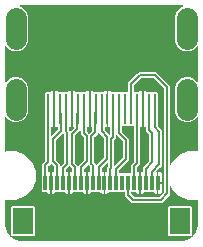
<source format=gtl>
G04 EAGLE Gerber RS-274X export*
G75*
%MOMM*%
%FSLAX34Y34*%
%LPD*%
%INTop Copper*%
%IPPOS*%
%AMOC8*
5,1,8,0,0,1.08239X$1,22.5*%
G01*
%ADD10R,1.800000X2.200000*%
%ADD11R,0.300000X1.300000*%
%ADD12C,1.778000*%
%ADD13R,0.280000X2.600000*%
%ADD14C,0.706400*%
%ADD15C,0.203200*%

G36*
X144903Y10161D02*
X144903Y10161D01*
X147000Y10161D01*
X147013Y10164D01*
X147030Y10162D01*
X149292Y10340D01*
X149326Y10351D01*
X149379Y10357D01*
X153682Y11755D01*
X153715Y11775D01*
X153788Y11809D01*
X156510Y13787D01*
X156513Y13791D01*
X156518Y13793D01*
X157448Y14468D01*
X157473Y14497D01*
X157532Y14552D01*
X160191Y18212D01*
X160206Y18248D01*
X160245Y18318D01*
X161643Y22621D01*
X161644Y22634D01*
X161645Y22637D01*
X161645Y22643D01*
X161646Y22656D01*
X161660Y22708D01*
X161838Y24970D01*
X161836Y24983D01*
X161839Y25000D01*
X161839Y27095D01*
X161839Y27097D01*
X161839Y44459D01*
X161828Y44509D01*
X161826Y44560D01*
X161808Y44592D01*
X161800Y44628D01*
X161767Y44667D01*
X161743Y44712D01*
X161713Y44733D01*
X161690Y44761D01*
X161643Y44782D01*
X161601Y44812D01*
X161559Y44820D01*
X161531Y44832D01*
X161501Y44831D01*
X161459Y44839D01*
X153290Y44839D01*
X145697Y47985D01*
X139885Y53797D01*
X138772Y56482D01*
X138765Y56493D01*
X138762Y56505D01*
X138715Y56563D01*
X138671Y56623D01*
X138660Y56629D01*
X138652Y56639D01*
X138584Y56669D01*
X138518Y56704D01*
X138505Y56705D01*
X138493Y56710D01*
X138419Y56707D01*
X138345Y56709D01*
X138333Y56704D01*
X138320Y56703D01*
X138255Y56668D01*
X138188Y56637D01*
X138179Y56627D01*
X138168Y56621D01*
X138126Y56560D01*
X138079Y56502D01*
X138076Y56490D01*
X138068Y56479D01*
X138041Y56337D01*
X138041Y49448D01*
X136441Y47848D01*
X132652Y44059D01*
X131052Y42459D01*
X105948Y42459D01*
X104348Y44059D01*
X99959Y48448D01*
X99959Y51095D01*
X99948Y51145D01*
X99946Y51196D01*
X99928Y51228D01*
X99920Y51264D01*
X99887Y51303D01*
X99863Y51348D01*
X99833Y51369D01*
X99810Y51397D01*
X99763Y51418D01*
X99721Y51448D01*
X99679Y51456D01*
X99651Y51468D01*
X99621Y51467D01*
X99579Y51475D01*
X95368Y51475D01*
X95269Y51575D01*
X95226Y51602D01*
X95188Y51636D01*
X95153Y51647D01*
X95122Y51666D01*
X95071Y51671D01*
X95022Y51686D01*
X94986Y51679D01*
X94949Y51683D01*
X94902Y51665D01*
X94851Y51656D01*
X94816Y51632D01*
X94787Y51621D01*
X94766Y51599D01*
X94731Y51575D01*
X94632Y51475D01*
X90368Y51475D01*
X90269Y51575D01*
X90226Y51602D01*
X90188Y51636D01*
X90153Y51647D01*
X90122Y51666D01*
X90071Y51671D01*
X90022Y51686D01*
X89986Y51679D01*
X89949Y51683D01*
X89902Y51665D01*
X89851Y51656D01*
X89816Y51632D01*
X89787Y51621D01*
X89766Y51599D01*
X89731Y51575D01*
X89632Y51475D01*
X86226Y51475D01*
X86152Y51458D01*
X86077Y51445D01*
X86067Y51438D01*
X86057Y51436D01*
X86028Y51412D01*
X85957Y51364D01*
X85560Y50967D01*
X84981Y50632D01*
X84335Y50459D01*
X83249Y50459D01*
X83249Y59131D01*
X83238Y59180D01*
X83236Y59231D01*
X83218Y59264D01*
X83210Y59300D01*
X83177Y59339D01*
X83153Y59384D01*
X83123Y59405D01*
X83100Y59433D01*
X83053Y59454D01*
X83011Y59483D01*
X82969Y59492D01*
X82947Y59502D01*
X82970Y59503D01*
X83002Y59520D01*
X83038Y59528D01*
X83077Y59561D01*
X83122Y59585D01*
X83143Y59615D01*
X83171Y59639D01*
X83192Y59685D01*
X83222Y59727D01*
X83230Y59769D01*
X83242Y59797D01*
X83241Y59827D01*
X83249Y59869D01*
X83249Y68541D01*
X84334Y68541D01*
X84481Y68502D01*
X84494Y68501D01*
X84507Y68496D01*
X84580Y68498D01*
X84654Y68496D01*
X84666Y68502D01*
X84680Y68502D01*
X84744Y68537D01*
X84811Y68568D01*
X84820Y68578D01*
X84832Y68585D01*
X84874Y68645D01*
X84921Y68702D01*
X84924Y68716D01*
X84932Y68727D01*
X84959Y68869D01*
X84959Y72552D01*
X85348Y72941D01*
X85388Y73006D01*
X85432Y73068D01*
X85434Y73080D01*
X85439Y73088D01*
X85443Y73125D01*
X85459Y73210D01*
X85459Y75948D01*
X85453Y75973D01*
X85456Y75999D01*
X85447Y76024D01*
X85446Y76045D01*
X85430Y76074D01*
X85420Y76117D01*
X85403Y76137D01*
X85394Y76161D01*
X85371Y76183D01*
X85363Y76197D01*
X85341Y76212D01*
X85310Y76251D01*
X85286Y76261D01*
X85267Y76279D01*
X85232Y76289D01*
X85221Y76297D01*
X85196Y76302D01*
X85151Y76321D01*
X85126Y76320D01*
X85101Y76328D01*
X85080Y76324D01*
X85079Y76324D01*
X85075Y76324D01*
X85058Y76320D01*
X85040Y76317D01*
X84978Y76315D01*
X84956Y76302D01*
X84930Y76298D01*
X84913Y76286D01*
X84906Y76285D01*
X84886Y76268D01*
X84859Y76250D01*
X84826Y76232D01*
X84820Y76224D01*
X84810Y76217D01*
X80152Y71559D01*
X80112Y71494D01*
X80068Y71432D01*
X80066Y71420D01*
X80061Y71412D01*
X80057Y71375D01*
X80041Y71290D01*
X80041Y68869D01*
X80044Y68856D01*
X80042Y68842D01*
X80063Y68772D01*
X80080Y68700D01*
X80089Y68690D01*
X80093Y68677D01*
X80143Y68623D01*
X80190Y68566D01*
X80203Y68561D01*
X80212Y68551D01*
X80281Y68526D01*
X80349Y68496D01*
X80362Y68496D01*
X80375Y68491D01*
X80519Y68502D01*
X80666Y68541D01*
X81751Y68541D01*
X81751Y59869D01*
X81762Y59820D01*
X81764Y59769D01*
X81782Y59736D01*
X81790Y59700D01*
X81823Y59661D01*
X81847Y59616D01*
X81877Y59595D01*
X81900Y59567D01*
X81947Y59546D01*
X81989Y59517D01*
X82031Y59508D01*
X82053Y59498D01*
X82030Y59497D01*
X81998Y59480D01*
X81962Y59472D01*
X81923Y59439D01*
X81878Y59415D01*
X81857Y59385D01*
X81829Y59361D01*
X81808Y59315D01*
X81778Y59273D01*
X81770Y59231D01*
X81758Y59203D01*
X81759Y59173D01*
X81751Y59131D01*
X81751Y50459D01*
X80665Y50459D01*
X80019Y50632D01*
X79440Y50967D01*
X79043Y51364D01*
X78978Y51404D01*
X78916Y51448D01*
X78904Y51450D01*
X78896Y51455D01*
X78859Y51459D01*
X78774Y51475D01*
X75368Y51475D01*
X75269Y51575D01*
X75226Y51602D01*
X75188Y51636D01*
X75153Y51647D01*
X75122Y51666D01*
X75071Y51671D01*
X75022Y51686D01*
X74986Y51679D01*
X74949Y51683D01*
X74902Y51665D01*
X74851Y51656D01*
X74816Y51632D01*
X74787Y51621D01*
X74766Y51599D01*
X74731Y51575D01*
X74632Y51475D01*
X71226Y51475D01*
X71152Y51458D01*
X71077Y51445D01*
X71067Y51438D01*
X71057Y51436D01*
X71028Y51412D01*
X70957Y51364D01*
X70560Y50967D01*
X69981Y50632D01*
X69335Y50459D01*
X68249Y50459D01*
X68249Y59131D01*
X68238Y59180D01*
X68236Y59231D01*
X68218Y59264D01*
X68210Y59300D01*
X68177Y59339D01*
X68153Y59384D01*
X68123Y59405D01*
X68100Y59433D01*
X68053Y59454D01*
X68011Y59483D01*
X67969Y59492D01*
X67947Y59502D01*
X67970Y59503D01*
X68002Y59520D01*
X68038Y59528D01*
X68077Y59561D01*
X68122Y59585D01*
X68143Y59615D01*
X68171Y59639D01*
X68192Y59685D01*
X68222Y59727D01*
X68230Y59769D01*
X68242Y59797D01*
X68241Y59827D01*
X68249Y59869D01*
X68249Y68541D01*
X69334Y68541D01*
X69481Y68502D01*
X69494Y68501D01*
X69507Y68496D01*
X69580Y68498D01*
X69654Y68496D01*
X69666Y68502D01*
X69680Y68502D01*
X69744Y68537D01*
X69811Y68568D01*
X69820Y68578D01*
X69832Y68585D01*
X69874Y68645D01*
X69921Y68702D01*
X69924Y68716D01*
X69932Y68727D01*
X69959Y68869D01*
X69959Y73290D01*
X69947Y73341D01*
X69946Y73383D01*
X69935Y73402D01*
X69929Y73439D01*
X69922Y73449D01*
X69920Y73459D01*
X69896Y73488D01*
X69848Y73559D01*
X68968Y74439D01*
X68968Y74457D01*
X68962Y74482D01*
X68965Y74508D01*
X68943Y74566D01*
X68929Y74626D01*
X68912Y74646D01*
X68903Y74670D01*
X68858Y74712D01*
X68819Y74760D01*
X68795Y74770D01*
X68776Y74788D01*
X68717Y74805D01*
X68660Y74830D01*
X68635Y74829D01*
X68610Y74837D01*
X68549Y74826D01*
X68487Y74824D01*
X68465Y74811D01*
X68439Y74807D01*
X68368Y74759D01*
X68335Y74741D01*
X68329Y74733D01*
X68319Y74726D01*
X65152Y71559D01*
X65112Y71494D01*
X65068Y71432D01*
X65066Y71420D01*
X65061Y71412D01*
X65057Y71375D01*
X65041Y71290D01*
X65041Y68869D01*
X65044Y68856D01*
X65042Y68842D01*
X65063Y68772D01*
X65080Y68700D01*
X65089Y68690D01*
X65093Y68677D01*
X65143Y68623D01*
X65190Y68566D01*
X65203Y68561D01*
X65212Y68551D01*
X65281Y68526D01*
X65349Y68496D01*
X65362Y68496D01*
X65375Y68491D01*
X65519Y68502D01*
X65666Y68541D01*
X66751Y68541D01*
X66751Y59869D01*
X66762Y59820D01*
X66764Y59769D01*
X66782Y59736D01*
X66790Y59700D01*
X66823Y59661D01*
X66847Y59616D01*
X66877Y59595D01*
X66900Y59567D01*
X66947Y59546D01*
X66989Y59517D01*
X67031Y59508D01*
X67053Y59498D01*
X67030Y59497D01*
X66998Y59480D01*
X66962Y59472D01*
X66923Y59439D01*
X66878Y59415D01*
X66857Y59385D01*
X66829Y59361D01*
X66808Y59315D01*
X66778Y59273D01*
X66770Y59231D01*
X66758Y59203D01*
X66759Y59173D01*
X66751Y59131D01*
X66751Y50459D01*
X65665Y50459D01*
X65019Y50632D01*
X64440Y50967D01*
X64043Y51364D01*
X63978Y51404D01*
X63916Y51448D01*
X63904Y51450D01*
X63896Y51455D01*
X63859Y51459D01*
X63774Y51475D01*
X60368Y51475D01*
X60269Y51575D01*
X60226Y51602D01*
X60188Y51636D01*
X60153Y51647D01*
X60122Y51666D01*
X60071Y51671D01*
X60022Y51686D01*
X59986Y51679D01*
X59949Y51683D01*
X59902Y51665D01*
X59851Y51656D01*
X59816Y51632D01*
X59787Y51621D01*
X59766Y51599D01*
X59731Y51575D01*
X59632Y51475D01*
X56226Y51475D01*
X56152Y51458D01*
X56077Y51445D01*
X56067Y51438D01*
X56057Y51436D01*
X56028Y51412D01*
X55957Y51364D01*
X55560Y50967D01*
X54981Y50632D01*
X54335Y50459D01*
X53249Y50459D01*
X53249Y59131D01*
X53238Y59180D01*
X53236Y59231D01*
X53218Y59264D01*
X53210Y59300D01*
X53177Y59339D01*
X53153Y59384D01*
X53123Y59405D01*
X53100Y59433D01*
X53053Y59454D01*
X53011Y59483D01*
X52969Y59492D01*
X52947Y59502D01*
X52970Y59503D01*
X53002Y59520D01*
X53038Y59528D01*
X53077Y59561D01*
X53122Y59585D01*
X53143Y59615D01*
X53171Y59639D01*
X53192Y59685D01*
X53222Y59727D01*
X53230Y59769D01*
X53242Y59797D01*
X53241Y59827D01*
X53249Y59869D01*
X53249Y68541D01*
X54334Y68541D01*
X54481Y68502D01*
X54494Y68501D01*
X54507Y68496D01*
X54580Y68498D01*
X54654Y68496D01*
X54666Y68502D01*
X54680Y68502D01*
X54744Y68537D01*
X54811Y68568D01*
X54820Y68578D01*
X54832Y68585D01*
X54874Y68645D01*
X54921Y68702D01*
X54924Y68716D01*
X54932Y68727D01*
X54959Y68869D01*
X54959Y71290D01*
X54942Y71364D01*
X54929Y71439D01*
X54922Y71449D01*
X54920Y71459D01*
X54896Y71488D01*
X54848Y71559D01*
X53019Y73388D01*
X52976Y73415D01*
X52938Y73450D01*
X52903Y73460D01*
X52872Y73479D01*
X52821Y73484D01*
X52772Y73499D01*
X52736Y73492D01*
X52699Y73496D01*
X52652Y73478D01*
X52601Y73469D01*
X52566Y73445D01*
X52537Y73434D01*
X52516Y73412D01*
X52481Y73388D01*
X50152Y71059D01*
X50112Y70994D01*
X50068Y70932D01*
X50066Y70920D01*
X50061Y70912D01*
X50057Y70875D01*
X50041Y70790D01*
X50041Y68869D01*
X50044Y68856D01*
X50042Y68842D01*
X50063Y68772D01*
X50080Y68700D01*
X50089Y68690D01*
X50093Y68677D01*
X50143Y68623D01*
X50190Y68566D01*
X50203Y68561D01*
X50212Y68551D01*
X50281Y68526D01*
X50349Y68496D01*
X50362Y68496D01*
X50375Y68491D01*
X50519Y68502D01*
X50666Y68541D01*
X51751Y68541D01*
X51751Y59869D01*
X51762Y59820D01*
X51764Y59769D01*
X51782Y59736D01*
X51790Y59700D01*
X51823Y59661D01*
X51847Y59616D01*
X51877Y59595D01*
X51900Y59567D01*
X51947Y59546D01*
X51989Y59517D01*
X52031Y59508D01*
X52053Y59498D01*
X52030Y59497D01*
X51998Y59480D01*
X51962Y59472D01*
X51923Y59439D01*
X51878Y59415D01*
X51857Y59385D01*
X51829Y59361D01*
X51808Y59315D01*
X51778Y59273D01*
X51770Y59231D01*
X51758Y59203D01*
X51759Y59173D01*
X51751Y59131D01*
X51751Y50459D01*
X50665Y50459D01*
X50019Y50632D01*
X49440Y50967D01*
X49043Y51364D01*
X48978Y51404D01*
X48916Y51448D01*
X48904Y51450D01*
X48896Y51455D01*
X48859Y51459D01*
X48774Y51475D01*
X45368Y51475D01*
X45269Y51575D01*
X45226Y51602D01*
X45188Y51636D01*
X45153Y51647D01*
X45122Y51666D01*
X45071Y51671D01*
X45022Y51686D01*
X44986Y51679D01*
X44949Y51683D01*
X44902Y51665D01*
X44851Y51656D01*
X44816Y51632D01*
X44787Y51621D01*
X44766Y51599D01*
X44731Y51575D01*
X44632Y51475D01*
X41226Y51475D01*
X41152Y51458D01*
X41077Y51445D01*
X41067Y51438D01*
X41057Y51436D01*
X41028Y51412D01*
X40957Y51364D01*
X40560Y50967D01*
X39981Y50632D01*
X39335Y50459D01*
X38249Y50459D01*
X38249Y59131D01*
X38238Y59180D01*
X38236Y59231D01*
X38218Y59264D01*
X38210Y59300D01*
X38177Y59339D01*
X38153Y59384D01*
X38123Y59405D01*
X38100Y59433D01*
X38053Y59454D01*
X38011Y59483D01*
X37969Y59492D01*
X37947Y59502D01*
X37970Y59503D01*
X38002Y59520D01*
X38038Y59528D01*
X38077Y59561D01*
X38122Y59585D01*
X38143Y59615D01*
X38171Y59639D01*
X38192Y59685D01*
X38222Y59727D01*
X38230Y59769D01*
X38242Y59797D01*
X38241Y59827D01*
X38249Y59869D01*
X38249Y68541D01*
X39334Y68541D01*
X39481Y68502D01*
X39494Y68501D01*
X39507Y68496D01*
X39580Y68498D01*
X39654Y68496D01*
X39666Y68502D01*
X39680Y68502D01*
X39744Y68537D01*
X39811Y68568D01*
X39820Y68578D01*
X39832Y68585D01*
X39874Y68645D01*
X39921Y68702D01*
X39924Y68716D01*
X39932Y68727D01*
X39959Y68869D01*
X39959Y73290D01*
X39947Y73341D01*
X39946Y73383D01*
X39935Y73402D01*
X39929Y73439D01*
X39922Y73449D01*
X39920Y73459D01*
X39896Y73488D01*
X39848Y73559D01*
X37769Y75638D01*
X37726Y75665D01*
X37688Y75700D01*
X37653Y75710D01*
X37622Y75729D01*
X37571Y75734D01*
X37522Y75749D01*
X37486Y75742D01*
X37449Y75746D01*
X37402Y75728D01*
X37351Y75719D01*
X37316Y75695D01*
X37287Y75684D01*
X37266Y75662D01*
X37231Y75638D01*
X35152Y73559D01*
X35129Y73521D01*
X35119Y73513D01*
X35107Y73488D01*
X35068Y73432D01*
X35066Y73420D01*
X35061Y73412D01*
X35057Y73376D01*
X35048Y73355D01*
X35049Y73331D01*
X35041Y73290D01*
X35041Y68869D01*
X35044Y68856D01*
X35042Y68842D01*
X35063Y68772D01*
X35080Y68700D01*
X35089Y68690D01*
X35093Y68677D01*
X35143Y68623D01*
X35190Y68566D01*
X35203Y68561D01*
X35212Y68551D01*
X35281Y68526D01*
X35349Y68496D01*
X35362Y68496D01*
X35375Y68491D01*
X35519Y68502D01*
X35666Y68541D01*
X36751Y68541D01*
X36751Y59869D01*
X36762Y59820D01*
X36764Y59769D01*
X36782Y59736D01*
X36790Y59700D01*
X36823Y59661D01*
X36847Y59616D01*
X36877Y59595D01*
X36900Y59567D01*
X36947Y59546D01*
X36989Y59517D01*
X37031Y59508D01*
X37053Y59498D01*
X37030Y59497D01*
X36998Y59480D01*
X36962Y59472D01*
X36923Y59439D01*
X36878Y59415D01*
X36857Y59385D01*
X36829Y59361D01*
X36808Y59315D01*
X36778Y59273D01*
X36770Y59231D01*
X36758Y59203D01*
X36759Y59173D01*
X36751Y59131D01*
X36751Y50459D01*
X35665Y50459D01*
X35019Y50632D01*
X34440Y50967D01*
X34043Y51364D01*
X33978Y51404D01*
X33916Y51448D01*
X33904Y51450D01*
X33896Y51455D01*
X33859Y51459D01*
X33774Y51475D01*
X30368Y51475D01*
X29475Y52368D01*
X29475Y66632D01*
X29848Y67004D01*
X29888Y67069D01*
X29932Y67131D01*
X29934Y67143D01*
X29939Y67151D01*
X29943Y67188D01*
X29959Y67273D01*
X29959Y75552D01*
X32348Y77941D01*
X32381Y77995D01*
X32382Y77995D01*
X32388Y78006D01*
X32432Y78068D01*
X32434Y78080D01*
X32439Y78088D01*
X32443Y78125D01*
X32445Y78137D01*
X32452Y78153D01*
X32452Y78171D01*
X32459Y78210D01*
X32459Y107827D01*
X32442Y107901D01*
X32429Y107976D01*
X32422Y107986D01*
X32420Y107996D01*
X32396Y108024D01*
X32348Y108096D01*
X32075Y108368D01*
X32075Y135632D01*
X32968Y136525D01*
X36374Y136525D01*
X36448Y136542D01*
X36523Y136555D01*
X36533Y136562D01*
X36543Y136564D01*
X36572Y136588D01*
X36643Y136636D01*
X37040Y137033D01*
X37619Y137368D01*
X38265Y137541D01*
X39301Y137541D01*
X39301Y122319D01*
X39312Y122270D01*
X39314Y122219D01*
X39332Y122186D01*
X39340Y122150D01*
X39373Y122111D01*
X39397Y122066D01*
X39427Y122045D01*
X39450Y122017D01*
X39487Y122001D01*
X39473Y121989D01*
X39428Y121965D01*
X39407Y121935D01*
X39379Y121911D01*
X39358Y121865D01*
X39328Y121823D01*
X39320Y121781D01*
X39308Y121753D01*
X39309Y121723D01*
X39301Y121681D01*
X39301Y106459D01*
X38265Y106459D01*
X38019Y106525D01*
X38006Y106526D01*
X37993Y106531D01*
X37920Y106528D01*
X37846Y106531D01*
X37834Y106525D01*
X37820Y106525D01*
X37756Y106489D01*
X37689Y106459D01*
X37680Y106448D01*
X37668Y106442D01*
X37626Y106382D01*
X37579Y106325D01*
X37576Y106311D01*
X37568Y106300D01*
X37541Y106158D01*
X37541Y99837D01*
X37547Y99812D01*
X37544Y99786D01*
X37566Y99728D01*
X37580Y99668D01*
X37597Y99648D01*
X37606Y99624D01*
X37651Y99582D01*
X37690Y99534D01*
X37714Y99524D01*
X37733Y99506D01*
X37792Y99489D01*
X37849Y99464D01*
X37874Y99465D01*
X37899Y99457D01*
X37960Y99468D01*
X38022Y99470D01*
X38044Y99483D01*
X38070Y99487D01*
X38141Y99535D01*
X38174Y99553D01*
X38180Y99561D01*
X38190Y99568D01*
X42687Y104065D01*
X42727Y104130D01*
X42771Y104192D01*
X42773Y104204D01*
X42778Y104212D01*
X42782Y104249D01*
X42798Y104334D01*
X42798Y106249D01*
X42795Y106262D01*
X42797Y106275D01*
X42776Y106346D01*
X42759Y106417D01*
X42750Y106428D01*
X42746Y106441D01*
X42695Y106494D01*
X42649Y106551D01*
X42636Y106557D01*
X42627Y106567D01*
X42558Y106592D01*
X42490Y106622D01*
X42477Y106622D01*
X42464Y106626D01*
X42320Y106616D01*
X42317Y106615D01*
X41735Y106459D01*
X40699Y106459D01*
X40699Y121681D01*
X40688Y121730D01*
X40686Y121781D01*
X40668Y121814D01*
X40660Y121850D01*
X40627Y121889D01*
X40603Y121934D01*
X40573Y121955D01*
X40550Y121983D01*
X40513Y121999D01*
X40527Y122011D01*
X40572Y122035D01*
X40593Y122065D01*
X40621Y122089D01*
X40642Y122135D01*
X40672Y122177D01*
X40680Y122219D01*
X40692Y122247D01*
X40692Y122261D01*
X40692Y122262D01*
X40692Y122280D01*
X40699Y122319D01*
X40699Y137541D01*
X41735Y137541D01*
X42381Y137368D01*
X42960Y137033D01*
X43357Y136636D01*
X43422Y136596D01*
X43484Y136552D01*
X43496Y136550D01*
X43504Y136545D01*
X43541Y136541D01*
X43626Y136525D01*
X47032Y136525D01*
X47231Y136325D01*
X47275Y136298D01*
X47312Y136264D01*
X47347Y136253D01*
X47378Y136234D01*
X47429Y136229D01*
X47478Y136214D01*
X47514Y136221D01*
X47551Y136217D01*
X47598Y136235D01*
X47649Y136244D01*
X47684Y136268D01*
X47713Y136279D01*
X47733Y136301D01*
X47769Y136325D01*
X47968Y136525D01*
X51374Y136525D01*
X51448Y136542D01*
X51523Y136555D01*
X51533Y136562D01*
X51543Y136564D01*
X51572Y136588D01*
X51643Y136636D01*
X52040Y137033D01*
X52619Y137368D01*
X53265Y137541D01*
X54301Y137541D01*
X54301Y122319D01*
X54312Y122270D01*
X54314Y122219D01*
X54332Y122186D01*
X54340Y122150D01*
X54373Y122111D01*
X54397Y122066D01*
X54427Y122045D01*
X54450Y122017D01*
X54487Y122001D01*
X54473Y121989D01*
X54428Y121965D01*
X54407Y121935D01*
X54379Y121911D01*
X54358Y121865D01*
X54328Y121823D01*
X54320Y121781D01*
X54308Y121753D01*
X54309Y121723D01*
X54301Y121681D01*
X54301Y106459D01*
X53265Y106459D01*
X52803Y106583D01*
X52790Y106584D01*
X52777Y106589D01*
X52704Y106586D01*
X52630Y106589D01*
X52618Y106583D01*
X52604Y106582D01*
X52540Y106547D01*
X52473Y106517D01*
X52464Y106506D01*
X52452Y106500D01*
X52410Y106440D01*
X52363Y106382D01*
X52360Y106369D01*
X52352Y106358D01*
X52325Y106216D01*
X52325Y104223D01*
X52342Y104149D01*
X52355Y104074D01*
X52362Y104064D01*
X52364Y104054D01*
X52388Y104025D01*
X52436Y103954D01*
X53294Y103097D01*
X53337Y103070D01*
X53374Y103035D01*
X53410Y103024D01*
X53441Y103005D01*
X53492Y103000D01*
X53541Y102986D01*
X53577Y102992D01*
X53613Y102989D01*
X53661Y103007D01*
X53711Y103015D01*
X53747Y103039D01*
X53775Y103050D01*
X53796Y103073D01*
X53831Y103097D01*
X53955Y103220D01*
X56545Y105810D01*
X56559Y105832D01*
X56579Y105848D01*
X56604Y105905D01*
X56636Y105957D01*
X56639Y105983D01*
X56649Y106007D01*
X56647Y106068D01*
X56653Y106130D01*
X56644Y106154D01*
X56643Y106180D01*
X56613Y106234D01*
X56591Y106292D01*
X56572Y106309D01*
X56560Y106332D01*
X56510Y106367D01*
X56464Y106409D01*
X56439Y106417D01*
X56418Y106432D01*
X56334Y106448D01*
X56298Y106459D01*
X56288Y106457D01*
X56276Y106459D01*
X55699Y106459D01*
X55699Y121681D01*
X55688Y121730D01*
X55686Y121781D01*
X55668Y121814D01*
X55660Y121850D01*
X55627Y121889D01*
X55603Y121934D01*
X55573Y121955D01*
X55550Y121983D01*
X55513Y121999D01*
X55527Y122011D01*
X55572Y122035D01*
X55593Y122065D01*
X55621Y122089D01*
X55642Y122135D01*
X55672Y122177D01*
X55680Y122219D01*
X55692Y122247D01*
X55692Y122261D01*
X55692Y122262D01*
X55692Y122280D01*
X55699Y122319D01*
X55699Y137541D01*
X56735Y137541D01*
X57381Y137368D01*
X57960Y137033D01*
X58357Y136636D01*
X58422Y136596D01*
X58484Y136552D01*
X58496Y136550D01*
X58504Y136545D01*
X58541Y136541D01*
X58626Y136525D01*
X62032Y136525D01*
X62231Y136325D01*
X62275Y136298D01*
X62312Y136264D01*
X62347Y136253D01*
X62378Y136234D01*
X62429Y136229D01*
X62478Y136214D01*
X62514Y136221D01*
X62551Y136217D01*
X62598Y136235D01*
X62649Y136244D01*
X62684Y136268D01*
X62713Y136279D01*
X62733Y136301D01*
X62769Y136325D01*
X62968Y136525D01*
X66374Y136525D01*
X66448Y136542D01*
X66523Y136555D01*
X66533Y136562D01*
X66543Y136564D01*
X66572Y136588D01*
X66643Y136636D01*
X67040Y137033D01*
X67619Y137368D01*
X68265Y137541D01*
X69301Y137541D01*
X69301Y122319D01*
X69312Y122270D01*
X69314Y122219D01*
X69332Y122186D01*
X69340Y122150D01*
X69373Y122111D01*
X69397Y122066D01*
X69427Y122045D01*
X69450Y122017D01*
X69487Y122001D01*
X69473Y121989D01*
X69428Y121965D01*
X69407Y121935D01*
X69379Y121911D01*
X69358Y121865D01*
X69328Y121823D01*
X69320Y121781D01*
X69308Y121753D01*
X69309Y121723D01*
X69301Y121681D01*
X69301Y106459D01*
X68265Y106459D01*
X67916Y106553D01*
X67903Y106553D01*
X67890Y106559D01*
X67817Y106556D01*
X67743Y106558D01*
X67731Y106553D01*
X67717Y106552D01*
X67653Y106517D01*
X67586Y106486D01*
X67577Y106476D01*
X67565Y106469D01*
X67523Y106409D01*
X67476Y106352D01*
X67473Y106339D01*
X67465Y106328D01*
X67438Y106186D01*
X67438Y103223D01*
X67455Y103149D01*
X67468Y103074D01*
X67475Y103064D01*
X67477Y103054D01*
X67501Y103025D01*
X67549Y102954D01*
X68727Y101776D01*
X69407Y101097D01*
X69450Y101070D01*
X69487Y101035D01*
X69523Y101025D01*
X69554Y101005D01*
X69605Y101000D01*
X69654Y100986D01*
X69690Y100992D01*
X69726Y100989D01*
X69774Y101007D01*
X69824Y101015D01*
X69860Y101039D01*
X69888Y101050D01*
X69909Y101073D01*
X69944Y101097D01*
X72024Y103176D01*
X72064Y103241D01*
X72108Y103303D01*
X72110Y103315D01*
X72115Y103323D01*
X72119Y103360D01*
X72135Y103445D01*
X72135Y106079D01*
X72124Y106129D01*
X72122Y106180D01*
X72104Y106212D01*
X72096Y106248D01*
X72063Y106287D01*
X72039Y106332D01*
X72009Y106353D01*
X71986Y106381D01*
X71939Y106402D01*
X71897Y106432D01*
X71855Y106440D01*
X71827Y106452D01*
X71797Y106451D01*
X71755Y106459D01*
X70699Y106459D01*
X70699Y121681D01*
X70688Y121730D01*
X70686Y121781D01*
X70668Y121814D01*
X70660Y121850D01*
X70627Y121889D01*
X70603Y121934D01*
X70573Y121955D01*
X70550Y121983D01*
X70513Y121999D01*
X70527Y122011D01*
X70572Y122035D01*
X70593Y122065D01*
X70621Y122089D01*
X70642Y122135D01*
X70672Y122177D01*
X70680Y122219D01*
X70692Y122247D01*
X70692Y122261D01*
X70692Y122262D01*
X70692Y122280D01*
X70699Y122319D01*
X70699Y137541D01*
X71735Y137541D01*
X72381Y137368D01*
X72960Y137033D01*
X73357Y136636D01*
X73422Y136596D01*
X73484Y136552D01*
X73496Y136550D01*
X73504Y136545D01*
X73541Y136541D01*
X73626Y136525D01*
X77032Y136525D01*
X77231Y136325D01*
X77275Y136298D01*
X77312Y136264D01*
X77347Y136253D01*
X77378Y136234D01*
X77429Y136229D01*
X77478Y136214D01*
X77514Y136221D01*
X77551Y136217D01*
X77598Y136235D01*
X77649Y136244D01*
X77684Y136268D01*
X77713Y136279D01*
X77733Y136301D01*
X77769Y136325D01*
X77968Y136525D01*
X81374Y136525D01*
X81448Y136542D01*
X81523Y136555D01*
X81533Y136562D01*
X81543Y136564D01*
X81572Y136588D01*
X81643Y136636D01*
X82040Y137033D01*
X82619Y137368D01*
X83265Y137541D01*
X84301Y137541D01*
X84301Y122319D01*
X84312Y122270D01*
X84314Y122219D01*
X84332Y122186D01*
X84340Y122150D01*
X84373Y122111D01*
X84397Y122066D01*
X84427Y122045D01*
X84450Y122017D01*
X84487Y122001D01*
X84473Y121989D01*
X84428Y121965D01*
X84407Y121935D01*
X84379Y121911D01*
X84358Y121865D01*
X84328Y121823D01*
X84320Y121781D01*
X84308Y121753D01*
X84309Y121723D01*
X84301Y121681D01*
X84301Y106459D01*
X83265Y106459D01*
X83029Y106523D01*
X83016Y106523D01*
X83003Y106529D01*
X82930Y106526D01*
X82856Y106528D01*
X82844Y106522D01*
X82830Y106522D01*
X82766Y106487D01*
X82699Y106456D01*
X82690Y106446D01*
X82678Y106439D01*
X82636Y106379D01*
X82589Y106322D01*
X82586Y106309D01*
X82578Y106297D01*
X82551Y106155D01*
X82551Y104223D01*
X82568Y104149D01*
X82581Y104074D01*
X82588Y104064D01*
X82590Y104054D01*
X82614Y104025D01*
X82662Y103954D01*
X85340Y101276D01*
X86810Y99806D01*
X86832Y99792D01*
X86848Y99772D01*
X86905Y99747D01*
X86957Y99715D01*
X86983Y99712D01*
X87007Y99702D01*
X87068Y99704D01*
X87130Y99698D01*
X87154Y99707D01*
X87180Y99708D01*
X87234Y99738D01*
X87292Y99760D01*
X87309Y99779D01*
X87332Y99791D01*
X87367Y99841D01*
X87409Y99887D01*
X87417Y99912D01*
X87432Y99933D01*
X87448Y100017D01*
X87459Y100053D01*
X87457Y100063D01*
X87459Y100075D01*
X87459Y106158D01*
X87456Y106171D01*
X87458Y106185D01*
X87437Y106255D01*
X87420Y106327D01*
X87411Y106337D01*
X87407Y106350D01*
X87356Y106403D01*
X87310Y106460D01*
X87297Y106466D01*
X87288Y106476D01*
X87219Y106501D01*
X87151Y106531D01*
X87138Y106531D01*
X87125Y106535D01*
X86981Y106525D01*
X86978Y106525D01*
X86735Y106459D01*
X85699Y106459D01*
X85699Y121681D01*
X85688Y121730D01*
X85686Y121781D01*
X85668Y121814D01*
X85660Y121850D01*
X85627Y121889D01*
X85603Y121934D01*
X85573Y121955D01*
X85550Y121983D01*
X85513Y121999D01*
X85527Y122011D01*
X85572Y122035D01*
X85593Y122065D01*
X85621Y122089D01*
X85642Y122135D01*
X85672Y122177D01*
X85680Y122219D01*
X85692Y122247D01*
X85692Y122261D01*
X85692Y122262D01*
X85692Y122280D01*
X85699Y122319D01*
X85699Y137541D01*
X86735Y137541D01*
X87381Y137368D01*
X87960Y137033D01*
X88357Y136636D01*
X88422Y136596D01*
X88484Y136552D01*
X88496Y136550D01*
X88504Y136545D01*
X88541Y136541D01*
X88626Y136525D01*
X92032Y136525D01*
X92231Y136325D01*
X92274Y136298D01*
X92312Y136264D01*
X92347Y136253D01*
X92378Y136234D01*
X92429Y136229D01*
X92478Y136214D01*
X92514Y136221D01*
X92551Y136217D01*
X92598Y136235D01*
X92649Y136244D01*
X92684Y136268D01*
X92713Y136279D01*
X92733Y136301D01*
X92769Y136325D01*
X92968Y136525D01*
X97032Y136525D01*
X97231Y136325D01*
X97274Y136298D01*
X97312Y136264D01*
X97347Y136253D01*
X97378Y136234D01*
X97429Y136229D01*
X97478Y136214D01*
X97514Y136221D01*
X97551Y136217D01*
X97598Y136235D01*
X97649Y136244D01*
X97684Y136268D01*
X97713Y136279D01*
X97733Y136301D01*
X97769Y136325D01*
X97968Y136525D01*
X102079Y136525D01*
X102129Y136536D01*
X102180Y136538D01*
X102212Y136556D01*
X102248Y136564D01*
X102287Y136597D01*
X102332Y136621D01*
X102353Y136651D01*
X102381Y136674D01*
X102402Y136721D01*
X102432Y136763D01*
X102440Y136805D01*
X102452Y136833D01*
X102451Y136863D01*
X102459Y136905D01*
X102459Y144552D01*
X109848Y151941D01*
X111448Y153541D01*
X126052Y153541D01*
X138041Y141552D01*
X138041Y74663D01*
X138044Y74651D01*
X138042Y74638D01*
X138063Y74567D01*
X138080Y74495D01*
X138088Y74485D01*
X138092Y74472D01*
X138143Y74418D01*
X138190Y74361D01*
X138202Y74356D01*
X138211Y74346D01*
X138281Y74320D01*
X138349Y74290D01*
X138362Y74291D01*
X138374Y74286D01*
X138447Y74294D01*
X138522Y74297D01*
X138533Y74303D01*
X138546Y74304D01*
X138609Y74344D01*
X138674Y74379D01*
X138681Y74390D01*
X138692Y74397D01*
X138772Y74518D01*
X139885Y77203D01*
X145697Y83015D01*
X153290Y86161D01*
X161459Y86161D01*
X161509Y86172D01*
X161560Y86174D01*
X161592Y86192D01*
X161628Y86200D01*
X161667Y86233D01*
X161712Y86257D01*
X161733Y86287D01*
X161761Y86310D01*
X161782Y86357D01*
X161812Y86399D01*
X161820Y86441D01*
X161832Y86469D01*
X161831Y86499D01*
X161839Y86541D01*
X161839Y114803D01*
X161833Y114828D01*
X161836Y114853D01*
X161814Y114911D01*
X161800Y114971D01*
X161783Y114991D01*
X161774Y115015D01*
X161729Y115057D01*
X161690Y115105D01*
X161666Y115116D01*
X161647Y115133D01*
X161588Y115151D01*
X161531Y115176D01*
X161506Y115175D01*
X161481Y115182D01*
X161420Y115172D01*
X161358Y115169D01*
X161336Y115157D01*
X161310Y115153D01*
X161239Y115104D01*
X161206Y115087D01*
X161200Y115078D01*
X161190Y115072D01*
X158399Y112281D01*
X154572Y110695D01*
X150428Y110695D01*
X146601Y112281D01*
X143671Y115211D01*
X142085Y119038D01*
X142085Y140962D01*
X143671Y144789D01*
X146601Y147719D01*
X150428Y149305D01*
X154572Y149305D01*
X158399Y147719D01*
X161190Y144928D01*
X161212Y144915D01*
X161228Y144895D01*
X161285Y144870D01*
X161337Y144837D01*
X161363Y144835D01*
X161387Y144824D01*
X161448Y144826D01*
X161510Y144821D01*
X161534Y144830D01*
X161560Y144831D01*
X161614Y144860D01*
X161672Y144882D01*
X161689Y144901D01*
X161712Y144913D01*
X161747Y144964D01*
X161789Y145009D01*
X161797Y145034D01*
X161812Y145055D01*
X161828Y145140D01*
X161839Y145175D01*
X161837Y145185D01*
X161839Y145197D01*
X161839Y174803D01*
X161833Y174828D01*
X161836Y174853D01*
X161814Y174911D01*
X161800Y174971D01*
X161783Y174991D01*
X161774Y175015D01*
X161729Y175057D01*
X161690Y175105D01*
X161666Y175116D01*
X161647Y175133D01*
X161588Y175151D01*
X161531Y175176D01*
X161506Y175175D01*
X161481Y175182D01*
X161420Y175172D01*
X161358Y175169D01*
X161336Y175157D01*
X161310Y175153D01*
X161239Y175104D01*
X161206Y175087D01*
X161200Y175078D01*
X161190Y175072D01*
X158399Y172281D01*
X154572Y170695D01*
X150428Y170695D01*
X146601Y172281D01*
X143671Y175211D01*
X142085Y179038D01*
X142085Y200962D01*
X143671Y204789D01*
X146601Y207719D01*
X149472Y208909D01*
X149505Y208932D01*
X149543Y208947D01*
X149575Y208982D01*
X149613Y209010D01*
X149632Y209046D01*
X149659Y209076D01*
X149672Y209121D01*
X149694Y209163D01*
X149695Y209203D01*
X149706Y209242D01*
X149698Y209289D01*
X149699Y209336D01*
X149682Y209373D01*
X149675Y209413D01*
X149647Y209450D01*
X149627Y209493D01*
X149595Y209519D01*
X149571Y209551D01*
X149521Y209579D01*
X149492Y209602D01*
X149470Y209607D01*
X149444Y209622D01*
X149379Y209643D01*
X149344Y209646D01*
X149292Y209660D01*
X147030Y209838D01*
X147017Y209836D01*
X147000Y209839D01*
X144903Y209839D01*
X15097Y209839D01*
X13000Y209839D01*
X12987Y209836D01*
X12970Y209838D01*
X10708Y209660D01*
X10674Y209649D01*
X10621Y209643D01*
X10556Y209622D01*
X10521Y209601D01*
X10482Y209589D01*
X10448Y209556D01*
X10408Y209532D01*
X10386Y209498D01*
X10356Y209470D01*
X10340Y209426D01*
X10315Y209386D01*
X10310Y209345D01*
X10296Y209307D01*
X10301Y209260D01*
X10296Y209214D01*
X10310Y209175D01*
X10314Y209135D01*
X10339Y209095D01*
X10356Y209051D01*
X10385Y209023D01*
X10407Y208989D01*
X10455Y208957D01*
X10481Y208932D01*
X10503Y208925D01*
X10528Y208909D01*
X13399Y207719D01*
X16329Y204789D01*
X17915Y200962D01*
X17915Y179038D01*
X16329Y175211D01*
X13399Y172281D01*
X9572Y170695D01*
X5428Y170695D01*
X1601Y172281D01*
X-1190Y175072D01*
X-1212Y175085D01*
X-1228Y175105D01*
X-1285Y175130D01*
X-1337Y175163D01*
X-1363Y175165D01*
X-1387Y175176D01*
X-1448Y175174D01*
X-1510Y175179D01*
X-1534Y175170D01*
X-1560Y175169D01*
X-1614Y175140D01*
X-1672Y175118D01*
X-1689Y175099D01*
X-1712Y175087D01*
X-1747Y175036D01*
X-1789Y174991D01*
X-1797Y174966D01*
X-1812Y174945D01*
X-1828Y174860D01*
X-1839Y174825D01*
X-1837Y174815D01*
X-1839Y174803D01*
X-1839Y145197D01*
X-1833Y145172D01*
X-1836Y145147D01*
X-1814Y145089D01*
X-1800Y145029D01*
X-1783Y145009D01*
X-1774Y144985D01*
X-1729Y144943D01*
X-1690Y144895D01*
X-1666Y144884D01*
X-1647Y144867D01*
X-1588Y144849D01*
X-1531Y144824D01*
X-1506Y144825D01*
X-1481Y144818D01*
X-1420Y144828D01*
X-1358Y144831D01*
X-1336Y144843D01*
X-1310Y144847D01*
X-1239Y144896D01*
X-1206Y144913D01*
X-1200Y144922D01*
X-1190Y144928D01*
X1601Y147719D01*
X5428Y149305D01*
X9572Y149305D01*
X13399Y147719D01*
X16329Y144789D01*
X17915Y140962D01*
X17915Y119038D01*
X16329Y115211D01*
X13399Y112281D01*
X9572Y110695D01*
X5428Y110695D01*
X1601Y112281D01*
X-1190Y115072D01*
X-1212Y115085D01*
X-1228Y115105D01*
X-1285Y115130D01*
X-1337Y115163D01*
X-1363Y115165D01*
X-1387Y115176D01*
X-1448Y115174D01*
X-1510Y115179D01*
X-1534Y115170D01*
X-1560Y115169D01*
X-1614Y115140D01*
X-1672Y115118D01*
X-1689Y115099D01*
X-1712Y115087D01*
X-1747Y115036D01*
X-1789Y114991D01*
X-1797Y114966D01*
X-1812Y114945D01*
X-1828Y114860D01*
X-1839Y114825D01*
X-1837Y114815D01*
X-1839Y114803D01*
X-1839Y86220D01*
X-1830Y86183D01*
X-1832Y86145D01*
X-1811Y86100D01*
X-1800Y86052D01*
X-1775Y86022D01*
X-1759Y85987D01*
X-1721Y85956D01*
X-1690Y85918D01*
X-1654Y85902D01*
X-1625Y85878D01*
X-1576Y85867D01*
X-1531Y85847D01*
X-1493Y85849D01*
X-1455Y85840D01*
X-1396Y85852D01*
X-1358Y85854D01*
X-1340Y85864D01*
X-1313Y85869D01*
X-610Y86161D01*
X7610Y86161D01*
X15203Y83015D01*
X21015Y77203D01*
X24161Y69610D01*
X24161Y61390D01*
X21015Y53797D01*
X15203Y47985D01*
X7610Y44839D01*
X-610Y44839D01*
X-1313Y45131D01*
X-1351Y45137D01*
X-1387Y45153D01*
X-1436Y45151D01*
X-1484Y45159D01*
X-1521Y45148D01*
X-1560Y45146D01*
X-1603Y45123D01*
X-1650Y45108D01*
X-1678Y45082D01*
X-1712Y45063D01*
X-1740Y45023D01*
X-1776Y44989D01*
X-1790Y44953D01*
X-1812Y44922D01*
X-1823Y44862D01*
X-1836Y44827D01*
X-1834Y44806D01*
X-1839Y44780D01*
X-1839Y27097D01*
X-1839Y25000D01*
X-1836Y24987D01*
X-1838Y24970D01*
X-1660Y22708D01*
X-1649Y22674D01*
X-1643Y22621D01*
X-245Y18318D01*
X-225Y18285D01*
X-191Y18212D01*
X2468Y14552D01*
X2497Y14527D01*
X2552Y14468D01*
X3482Y13793D01*
X3486Y13791D01*
X3490Y13787D01*
X6212Y11809D01*
X6248Y11794D01*
X6318Y11755D01*
X10621Y10357D01*
X10656Y10354D01*
X10708Y10340D01*
X12970Y10162D01*
X12983Y10164D01*
X13000Y10161D01*
X15095Y10161D01*
X15097Y10161D01*
X144903Y10161D01*
X144903Y10161D01*
G37*
G36*
X128864Y47558D02*
X128864Y47558D01*
X128939Y47571D01*
X128949Y47578D01*
X128959Y47580D01*
X128988Y47604D01*
X129059Y47652D01*
X132848Y51441D01*
X132888Y51506D01*
X132932Y51568D01*
X132934Y51580D01*
X132939Y51588D01*
X132943Y51625D01*
X132959Y51710D01*
X132959Y139290D01*
X132942Y139364D01*
X132929Y139439D01*
X132922Y139449D01*
X132920Y139459D01*
X132896Y139488D01*
X132848Y139559D01*
X124059Y148348D01*
X123994Y148388D01*
X123932Y148432D01*
X123920Y148434D01*
X123912Y148439D01*
X123875Y148443D01*
X123790Y148459D01*
X113710Y148459D01*
X113636Y148442D01*
X113561Y148429D01*
X113551Y148422D01*
X113541Y148420D01*
X113512Y148396D01*
X113441Y148348D01*
X107652Y142559D01*
X107612Y142494D01*
X107568Y142432D01*
X107566Y142420D01*
X107561Y142412D01*
X107557Y142375D01*
X107541Y142290D01*
X107541Y136905D01*
X107552Y136855D01*
X107554Y136804D01*
X107572Y136772D01*
X107580Y136736D01*
X107613Y136697D01*
X107637Y136652D01*
X107667Y136631D01*
X107690Y136603D01*
X107737Y136582D01*
X107779Y136552D01*
X107821Y136544D01*
X107849Y136532D01*
X107879Y136533D01*
X107921Y136525D01*
X111374Y136525D01*
X111448Y136542D01*
X111523Y136555D01*
X111533Y136562D01*
X111543Y136564D01*
X111572Y136588D01*
X111643Y136636D01*
X112040Y137033D01*
X112619Y137368D01*
X113265Y137541D01*
X114301Y137541D01*
X114301Y122319D01*
X114312Y122270D01*
X114314Y122219D01*
X114332Y122186D01*
X114340Y122150D01*
X114373Y122111D01*
X114397Y122066D01*
X114427Y122045D01*
X114450Y122017D01*
X114487Y122001D01*
X114473Y121989D01*
X114428Y121965D01*
X114407Y121935D01*
X114379Y121911D01*
X114358Y121865D01*
X114328Y121823D01*
X114320Y121781D01*
X114308Y121753D01*
X114309Y121723D01*
X114301Y121681D01*
X114301Y106459D01*
X113265Y106459D01*
X113019Y106525D01*
X113006Y106526D01*
X112993Y106531D01*
X112920Y106528D01*
X112846Y106531D01*
X112834Y106525D01*
X112820Y106525D01*
X112756Y106489D01*
X112689Y106459D01*
X112680Y106448D01*
X112668Y106442D01*
X112626Y106382D01*
X112579Y106325D01*
X112576Y106311D01*
X112568Y106300D01*
X112541Y106158D01*
X112541Y74948D01*
X110152Y72559D01*
X110112Y72494D01*
X110068Y72432D01*
X110066Y72420D01*
X110061Y72412D01*
X110057Y72375D01*
X110041Y72290D01*
X110041Y68869D01*
X110044Y68856D01*
X110042Y68842D01*
X110063Y68772D01*
X110080Y68700D01*
X110089Y68690D01*
X110093Y68677D01*
X110143Y68623D01*
X110190Y68566D01*
X110203Y68561D01*
X110212Y68551D01*
X110281Y68526D01*
X110349Y68496D01*
X110362Y68496D01*
X110375Y68491D01*
X110519Y68502D01*
X110666Y68541D01*
X111751Y68541D01*
X111751Y59869D01*
X111762Y59820D01*
X111764Y59769D01*
X111782Y59736D01*
X111790Y59700D01*
X111823Y59661D01*
X111847Y59616D01*
X111877Y59595D01*
X111900Y59567D01*
X111947Y59546D01*
X111989Y59517D01*
X112031Y59508D01*
X112053Y59498D01*
X112030Y59497D01*
X111998Y59480D01*
X111962Y59472D01*
X111923Y59439D01*
X111878Y59415D01*
X111857Y59385D01*
X111829Y59361D01*
X111808Y59315D01*
X111778Y59273D01*
X111770Y59231D01*
X111758Y59203D01*
X111759Y59173D01*
X111751Y59131D01*
X111751Y50459D01*
X110665Y50459D01*
X110019Y50632D01*
X109440Y50967D01*
X109043Y51364D01*
X108978Y51404D01*
X108916Y51448D01*
X108904Y51450D01*
X108896Y51455D01*
X108859Y51459D01*
X108774Y51475D01*
X105421Y51475D01*
X105371Y51464D01*
X105320Y51462D01*
X105288Y51444D01*
X105252Y51436D01*
X105213Y51403D01*
X105168Y51379D01*
X105147Y51349D01*
X105119Y51326D01*
X105098Y51279D01*
X105068Y51237D01*
X105060Y51195D01*
X105048Y51167D01*
X105049Y51137D01*
X105041Y51095D01*
X105041Y50710D01*
X105058Y50636D01*
X105071Y50561D01*
X105078Y50551D01*
X105080Y50541D01*
X105104Y50512D01*
X105152Y50441D01*
X107941Y47652D01*
X108006Y47612D01*
X108068Y47568D01*
X108080Y47566D01*
X108088Y47561D01*
X108125Y47557D01*
X108210Y47541D01*
X128790Y47541D01*
X128864Y47558D01*
G37*
%LPC*%
G36*
X125665Y50459D02*
X125665Y50459D01*
X125019Y50632D01*
X124440Y50967D01*
X124043Y51364D01*
X123978Y51404D01*
X123916Y51448D01*
X123904Y51450D01*
X123896Y51455D01*
X123859Y51459D01*
X123774Y51475D01*
X120368Y51475D01*
X120269Y51575D01*
X120226Y51602D01*
X120188Y51636D01*
X120153Y51647D01*
X120122Y51666D01*
X120071Y51671D01*
X120022Y51686D01*
X119986Y51679D01*
X119949Y51683D01*
X119902Y51665D01*
X119851Y51656D01*
X119816Y51632D01*
X119787Y51621D01*
X119766Y51599D01*
X119731Y51575D01*
X119632Y51475D01*
X116226Y51475D01*
X116152Y51458D01*
X116077Y51445D01*
X116067Y51438D01*
X116057Y51436D01*
X116028Y51412D01*
X115957Y51364D01*
X115560Y50967D01*
X114981Y50632D01*
X114335Y50459D01*
X113249Y50459D01*
X113249Y59131D01*
X113238Y59180D01*
X113236Y59231D01*
X113218Y59264D01*
X113210Y59300D01*
X113177Y59339D01*
X113153Y59384D01*
X113123Y59405D01*
X113100Y59433D01*
X113053Y59454D01*
X113011Y59483D01*
X112969Y59492D01*
X112947Y59502D01*
X112970Y59503D01*
X113002Y59520D01*
X113038Y59528D01*
X113077Y59561D01*
X113122Y59585D01*
X113143Y59615D01*
X113171Y59639D01*
X113192Y59685D01*
X113222Y59727D01*
X113230Y59769D01*
X113242Y59797D01*
X113241Y59827D01*
X113249Y59869D01*
X113249Y68541D01*
X114334Y68541D01*
X114481Y68502D01*
X114494Y68501D01*
X114507Y68496D01*
X114580Y68498D01*
X114654Y68496D01*
X114666Y68502D01*
X114680Y68502D01*
X114744Y68537D01*
X114811Y68568D01*
X114820Y68578D01*
X114832Y68585D01*
X114874Y68645D01*
X114921Y68702D01*
X114924Y68716D01*
X114932Y68727D01*
X114959Y68869D01*
X114959Y72552D01*
X120348Y77941D01*
X120381Y77995D01*
X120382Y77995D01*
X120388Y78006D01*
X120432Y78068D01*
X120434Y78080D01*
X120439Y78088D01*
X120443Y78125D01*
X120445Y78137D01*
X120452Y78153D01*
X120452Y78171D01*
X120459Y78210D01*
X120459Y100290D01*
X120447Y100342D01*
X120446Y100381D01*
X120436Y100399D01*
X120429Y100439D01*
X120422Y100449D01*
X120420Y100459D01*
X120396Y100488D01*
X120348Y100559D01*
X117459Y103448D01*
X117459Y106158D01*
X117456Y106171D01*
X117458Y106185D01*
X117437Y106255D01*
X117420Y106327D01*
X117411Y106337D01*
X117407Y106350D01*
X117356Y106403D01*
X117310Y106460D01*
X117297Y106466D01*
X117288Y106476D01*
X117219Y106501D01*
X117151Y106531D01*
X117138Y106531D01*
X117125Y106535D01*
X116981Y106525D01*
X116978Y106525D01*
X116735Y106459D01*
X115699Y106459D01*
X115699Y121681D01*
X115688Y121730D01*
X115686Y121781D01*
X115668Y121814D01*
X115660Y121850D01*
X115627Y121889D01*
X115603Y121934D01*
X115573Y121955D01*
X115550Y121983D01*
X115513Y121999D01*
X115527Y122011D01*
X115572Y122035D01*
X115593Y122065D01*
X115621Y122089D01*
X115642Y122135D01*
X115672Y122177D01*
X115680Y122219D01*
X115692Y122247D01*
X115692Y122261D01*
X115692Y122262D01*
X115692Y122280D01*
X115699Y122319D01*
X115699Y137541D01*
X116735Y137541D01*
X117381Y137368D01*
X117960Y137033D01*
X118357Y136636D01*
X118422Y136596D01*
X118484Y136552D01*
X118496Y136550D01*
X118504Y136545D01*
X118541Y136541D01*
X118626Y136525D01*
X122032Y136525D01*
X122231Y136325D01*
X122274Y136298D01*
X122312Y136264D01*
X122347Y136253D01*
X122378Y136234D01*
X122429Y136229D01*
X122478Y136214D01*
X122514Y136221D01*
X122551Y136217D01*
X122598Y136235D01*
X122649Y136244D01*
X122684Y136268D01*
X122713Y136279D01*
X122733Y136301D01*
X122769Y136325D01*
X122968Y136525D01*
X127032Y136525D01*
X127925Y135632D01*
X127925Y108368D01*
X127652Y108096D01*
X127612Y108031D01*
X127568Y107969D01*
X127566Y107957D01*
X127561Y107949D01*
X127557Y107912D01*
X127541Y107827D01*
X127541Y107710D01*
X127558Y107636D01*
X127571Y107561D01*
X127578Y107551D01*
X127580Y107541D01*
X127604Y107512D01*
X127652Y107441D01*
X131390Y103703D01*
X131390Y74071D01*
X129790Y72471D01*
X126509Y69190D01*
X126495Y69168D01*
X126475Y69152D01*
X126450Y69095D01*
X126418Y69043D01*
X126415Y69017D01*
X126405Y68993D01*
X126407Y68932D01*
X126401Y68870D01*
X126410Y68846D01*
X126411Y68820D01*
X126441Y68766D01*
X126463Y68708D01*
X126482Y68691D01*
X126494Y68668D01*
X126544Y68633D01*
X126590Y68591D01*
X126615Y68583D01*
X126636Y68568D01*
X126720Y68552D01*
X126751Y68543D01*
X126751Y59869D01*
X126762Y59820D01*
X126764Y59769D01*
X126782Y59736D01*
X126790Y59700D01*
X126823Y59661D01*
X126847Y59616D01*
X126877Y59595D01*
X126900Y59567D01*
X126947Y59546D01*
X126989Y59517D01*
X127031Y59508D01*
X127053Y59498D01*
X127030Y59497D01*
X126998Y59480D01*
X126962Y59472D01*
X126923Y59439D01*
X126878Y59415D01*
X126857Y59385D01*
X126829Y59361D01*
X126808Y59315D01*
X126778Y59273D01*
X126770Y59231D01*
X126758Y59203D01*
X126759Y59173D01*
X126751Y59131D01*
X126751Y50459D01*
X125665Y50459D01*
G37*
%LPD*%
%LPC*%
G36*
X136868Y14475D02*
X136868Y14475D01*
X135975Y15368D01*
X135975Y38632D01*
X136868Y39525D01*
X156132Y39525D01*
X157025Y38632D01*
X157025Y15368D01*
X156132Y14475D01*
X136868Y14475D01*
G37*
%LPD*%
%LPC*%
G36*
X3868Y14475D02*
X3868Y14475D01*
X2975Y15368D01*
X2975Y38632D01*
X3868Y39525D01*
X23132Y39525D01*
X24025Y38632D01*
X24025Y15368D01*
X23132Y14475D01*
X3868Y14475D01*
G37*
%LPD*%
G36*
X100014Y67321D02*
X100014Y67321D01*
X100051Y67317D01*
X100098Y67335D01*
X100149Y67344D01*
X100184Y67368D01*
X100213Y67379D01*
X100233Y67401D01*
X100269Y67425D01*
X100368Y67525D01*
X104579Y67525D01*
X104629Y67536D01*
X104680Y67538D01*
X104712Y67556D01*
X104748Y67564D01*
X104787Y67597D01*
X104832Y67621D01*
X104853Y67651D01*
X104881Y67674D01*
X104902Y67721D01*
X104932Y67763D01*
X104940Y67805D01*
X104952Y67833D01*
X104951Y67863D01*
X104959Y67905D01*
X104959Y74552D01*
X106559Y76152D01*
X107348Y76941D01*
X107388Y77006D01*
X107432Y77068D01*
X107434Y77080D01*
X107439Y77088D01*
X107443Y77125D01*
X107459Y77210D01*
X107459Y107095D01*
X107448Y107145D01*
X107446Y107196D01*
X107428Y107228D01*
X107420Y107264D01*
X107387Y107303D01*
X107363Y107348D01*
X107333Y107369D01*
X107310Y107397D01*
X107263Y107418D01*
X107221Y107448D01*
X107179Y107456D01*
X107151Y107468D01*
X107121Y107467D01*
X107079Y107475D01*
X102968Y107475D01*
X102769Y107675D01*
X102725Y107702D01*
X102688Y107736D01*
X102653Y107747D01*
X102622Y107766D01*
X102571Y107771D01*
X102522Y107786D01*
X102486Y107779D01*
X102449Y107783D01*
X102402Y107765D01*
X102351Y107756D01*
X102316Y107732D01*
X102287Y107721D01*
X102267Y107699D01*
X102231Y107675D01*
X102032Y107475D01*
X97921Y107475D01*
X97871Y107464D01*
X97820Y107462D01*
X97788Y107444D01*
X97752Y107436D01*
X97713Y107403D01*
X97668Y107379D01*
X97647Y107349D01*
X97619Y107326D01*
X97598Y107279D01*
X97568Y107237D01*
X97560Y107195D01*
X97548Y107167D01*
X97549Y107137D01*
X97541Y107095D01*
X97541Y102710D01*
X97558Y102636D01*
X97571Y102561D01*
X97578Y102551D01*
X97580Y102541D01*
X97604Y102512D01*
X97652Y102441D01*
X103541Y96552D01*
X103541Y78948D01*
X95152Y70559D01*
X95112Y70494D01*
X95068Y70432D01*
X95066Y70420D01*
X95061Y70412D01*
X95057Y70375D01*
X95041Y70290D01*
X95041Y67905D01*
X95052Y67855D01*
X95054Y67804D01*
X95072Y67772D01*
X95080Y67736D01*
X95113Y67697D01*
X95137Y67652D01*
X95167Y67631D01*
X95190Y67603D01*
X95237Y67582D01*
X95279Y67552D01*
X95321Y67544D01*
X95349Y67532D01*
X95379Y67533D01*
X95421Y67525D01*
X99632Y67525D01*
X99731Y67425D01*
X99774Y67398D01*
X99812Y67364D01*
X99847Y67353D01*
X99878Y67334D01*
X99929Y67329D01*
X99978Y67314D01*
X100014Y67321D01*
G37*
G36*
X60014Y73758D02*
X60014Y73758D01*
X60051Y73754D01*
X60099Y73772D01*
X60149Y73781D01*
X60184Y73805D01*
X60213Y73816D01*
X60234Y73838D01*
X60269Y73862D01*
X61559Y75152D01*
X65134Y78727D01*
X65145Y78745D01*
X65157Y78755D01*
X65173Y78790D01*
X65174Y78792D01*
X65218Y78854D01*
X65220Y78866D01*
X65225Y78874D01*
X65229Y78911D01*
X65245Y78996D01*
X65245Y97914D01*
X65228Y97988D01*
X65215Y98063D01*
X65208Y98073D01*
X65206Y98083D01*
X65182Y98112D01*
X65134Y98183D01*
X62356Y100961D01*
X62356Y103517D01*
X62350Y103542D01*
X62353Y103568D01*
X62331Y103626D01*
X62317Y103686D01*
X62300Y103706D01*
X62291Y103730D01*
X62246Y103772D01*
X62207Y103820D01*
X62183Y103830D01*
X62164Y103848D01*
X62105Y103865D01*
X62048Y103890D01*
X62023Y103889D01*
X61998Y103897D01*
X61937Y103886D01*
X61875Y103884D01*
X61853Y103871D01*
X61827Y103867D01*
X61756Y103819D01*
X61723Y103801D01*
X61717Y103793D01*
X61707Y103786D01*
X60504Y102583D01*
X57548Y99627D01*
X57508Y99562D01*
X57464Y99500D01*
X57462Y99488D01*
X57457Y99480D01*
X57453Y99443D01*
X57437Y99358D01*
X57437Y76314D01*
X57449Y76262D01*
X57450Y76224D01*
X57460Y76206D01*
X57467Y76165D01*
X57474Y76155D01*
X57476Y76145D01*
X57500Y76116D01*
X57548Y76045D01*
X59731Y73862D01*
X59774Y73835D01*
X59812Y73800D01*
X59847Y73790D01*
X59878Y73771D01*
X59929Y73766D01*
X59978Y73751D01*
X60014Y73758D01*
G37*
G36*
X75460Y74183D02*
X75460Y74183D01*
X75522Y74185D01*
X75544Y74198D01*
X75570Y74202D01*
X75641Y74250D01*
X75674Y74268D01*
X75680Y74276D01*
X75690Y74283D01*
X76559Y75152D01*
X81747Y80340D01*
X81787Y80405D01*
X81831Y80467D01*
X81833Y80479D01*
X81838Y80487D01*
X81842Y80524D01*
X81858Y80609D01*
X81858Y97414D01*
X81841Y97488D01*
X81828Y97563D01*
X81821Y97573D01*
X81819Y97583D01*
X81795Y97612D01*
X81747Y97683D01*
X79069Y100361D01*
X77866Y101564D01*
X77844Y101578D01*
X77828Y101598D01*
X77771Y101623D01*
X77719Y101655D01*
X77693Y101658D01*
X77669Y101668D01*
X77608Y101666D01*
X77546Y101672D01*
X77522Y101663D01*
X77496Y101662D01*
X77442Y101632D01*
X77384Y101610D01*
X77367Y101591D01*
X77344Y101579D01*
X77309Y101529D01*
X77267Y101483D01*
X77259Y101458D01*
X77244Y101437D01*
X77228Y101353D01*
X77217Y101317D01*
X77219Y101307D01*
X77217Y101295D01*
X77217Y101183D01*
X74161Y98127D01*
X74121Y98062D01*
X74077Y98000D01*
X74075Y97988D01*
X74070Y97980D01*
X74066Y97943D01*
X74050Y97858D01*
X74050Y76701D01*
X74062Y76651D01*
X74063Y76604D01*
X74075Y76583D01*
X74080Y76552D01*
X74087Y76542D01*
X74089Y76532D01*
X74113Y76503D01*
X74138Y76466D01*
X74146Y76452D01*
X74150Y76449D01*
X74161Y76432D01*
X75041Y75552D01*
X75041Y74552D01*
X75047Y74527D01*
X75044Y74501D01*
X75066Y74443D01*
X75080Y74383D01*
X75097Y74363D01*
X75106Y74339D01*
X75151Y74297D01*
X75190Y74249D01*
X75214Y74239D01*
X75233Y74221D01*
X75292Y74204D01*
X75349Y74179D01*
X75374Y74180D01*
X75399Y74172D01*
X75460Y74183D01*
G37*
G36*
X45460Y73683D02*
X45460Y73683D01*
X45522Y73685D01*
X45544Y73698D01*
X45570Y73702D01*
X45641Y73750D01*
X45674Y73768D01*
X45680Y73776D01*
X45690Y73783D01*
X46559Y74652D01*
X48521Y76614D01*
X48561Y76679D01*
X48605Y76741D01*
X48607Y76753D01*
X48612Y76761D01*
X48616Y76798D01*
X48632Y76883D01*
X48632Y100414D01*
X48615Y100488D01*
X48602Y100563D01*
X48595Y100573D01*
X48593Y100583D01*
X48569Y100612D01*
X48521Y100683D01*
X47775Y101429D01*
X47732Y101456D01*
X47694Y101491D01*
X47659Y101501D01*
X47628Y101520D01*
X47577Y101525D01*
X47528Y101540D01*
X47492Y101533D01*
X47455Y101537D01*
X47408Y101519D01*
X47357Y101510D01*
X47322Y101486D01*
X47293Y101475D01*
X47272Y101453D01*
X47237Y101429D01*
X41435Y95627D01*
X41395Y95562D01*
X41351Y95500D01*
X41349Y95488D01*
X41344Y95480D01*
X41340Y95443D01*
X41336Y95421D01*
X41331Y95409D01*
X41331Y95396D01*
X41324Y95358D01*
X41324Y79427D01*
X41341Y79353D01*
X41354Y79278D01*
X41361Y79268D01*
X41363Y79258D01*
X41387Y79229D01*
X41435Y79158D01*
X45041Y75552D01*
X45041Y74052D01*
X45047Y74027D01*
X45044Y74001D01*
X45066Y73943D01*
X45080Y73883D01*
X45097Y73863D01*
X45106Y73839D01*
X45151Y73797D01*
X45190Y73749D01*
X45214Y73739D01*
X45233Y73721D01*
X45292Y73704D01*
X45349Y73679D01*
X45374Y73680D01*
X45399Y73672D01*
X45460Y73683D01*
G37*
G36*
X90960Y73683D02*
X90960Y73683D01*
X91022Y73685D01*
X91044Y73698D01*
X91070Y73702D01*
X91141Y73750D01*
X91174Y73768D01*
X91180Y73776D01*
X91190Y73783D01*
X91559Y74152D01*
X98348Y80941D01*
X98388Y81006D01*
X98432Y81068D01*
X98434Y81080D01*
X98439Y81088D01*
X98443Y81125D01*
X98459Y81210D01*
X98459Y94290D01*
X98442Y94364D01*
X98429Y94439D01*
X98422Y94449D01*
X98420Y94459D01*
X98396Y94488D01*
X98348Y94559D01*
X94059Y98848D01*
X93190Y99717D01*
X93168Y99731D01*
X93152Y99751D01*
X93095Y99776D01*
X93043Y99808D01*
X93017Y99811D01*
X92993Y99821D01*
X92932Y99819D01*
X92870Y99825D01*
X92846Y99816D01*
X92820Y99815D01*
X92766Y99785D01*
X92708Y99763D01*
X92691Y99744D01*
X92668Y99732D01*
X92633Y99682D01*
X92591Y99636D01*
X92583Y99611D01*
X92568Y99590D01*
X92552Y99506D01*
X92541Y99470D01*
X92543Y99460D01*
X92541Y99448D01*
X92541Y97448D01*
X90652Y95559D01*
X90612Y95494D01*
X90568Y95432D01*
X90566Y95420D01*
X90561Y95412D01*
X90557Y95375D01*
X90541Y95290D01*
X90541Y74052D01*
X90547Y74027D01*
X90544Y74001D01*
X90566Y73943D01*
X90580Y73883D01*
X90597Y73863D01*
X90606Y73839D01*
X90651Y73797D01*
X90690Y73749D01*
X90714Y73739D01*
X90733Y73721D01*
X90792Y73704D01*
X90849Y73679D01*
X90874Y73680D01*
X90899Y73672D01*
X90960Y73683D01*
G37*
%LPC*%
G36*
X128249Y60249D02*
X128249Y60249D01*
X128249Y68541D01*
X129335Y68541D01*
X129981Y68368D01*
X130560Y68033D01*
X131033Y67560D01*
X131368Y66981D01*
X131541Y66335D01*
X131541Y60249D01*
X128249Y60249D01*
G37*
%LPD*%
%LPC*%
G36*
X128249Y50459D02*
X128249Y50459D01*
X128249Y58751D01*
X131541Y58751D01*
X131541Y52665D01*
X131368Y52019D01*
X131033Y51440D01*
X130560Y50967D01*
X129981Y50632D01*
X129335Y50459D01*
X128249Y50459D01*
G37*
%LPD*%
D10*
X146500Y27000D03*
X13500Y27000D03*
D11*
X32500Y59500D03*
X37500Y59500D03*
X42500Y59500D03*
X47500Y59500D03*
X52500Y59500D03*
X57500Y59500D03*
X62500Y59500D03*
X67500Y59500D03*
X72500Y59500D03*
X77500Y59500D03*
X82500Y59500D03*
X87500Y59500D03*
X92500Y59500D03*
X97500Y59500D03*
X102500Y59500D03*
X107500Y59500D03*
X112500Y59500D03*
X117500Y59500D03*
X122500Y59500D03*
X127500Y59500D03*
D12*
X152500Y121110D02*
X152500Y138890D01*
X7500Y138890D02*
X7500Y121110D01*
X152500Y181110D02*
X152500Y198890D01*
X7500Y198890D02*
X7500Y181110D01*
D13*
X80000Y122000D03*
X75000Y122000D03*
X70000Y122000D03*
X65000Y122000D03*
X60000Y122000D03*
X55000Y122000D03*
X50000Y122000D03*
X45000Y122000D03*
X85000Y122000D03*
X90000Y122000D03*
X95000Y122000D03*
X100000Y122000D03*
X105000Y122000D03*
X110000Y122000D03*
X115000Y122000D03*
X40000Y122000D03*
X35000Y122000D03*
X120000Y122000D03*
X125000Y122000D03*
D14*
X11000Y106000D03*
X61500Y94500D03*
X78000Y95000D03*
X45000Y94000D03*
X157500Y106000D03*
X94500Y93000D03*
X102500Y103000D03*
X117000Y143000D03*
X116500Y96500D03*
D15*
X123000Y101500D02*
X120000Y104500D01*
X120000Y122000D01*
X123000Y101500D02*
X123000Y77000D01*
X117500Y71500D01*
X117500Y59500D01*
X90000Y98500D02*
X90000Y122000D01*
X90000Y98500D02*
X88000Y96500D01*
X88000Y72000D01*
X87500Y71500D01*
X87500Y59500D01*
X84399Y98624D02*
X80010Y103013D01*
X80010Y115570D01*
X84399Y98624D02*
X84399Y79399D01*
X77500Y72500D01*
X77500Y59500D01*
X80010Y115570D02*
X80000Y122000D01*
X74676Y102235D02*
X71509Y99068D01*
X74676Y115676D02*
X75000Y122000D01*
X74676Y115676D02*
X74676Y102235D01*
X71509Y99068D02*
X71509Y75491D01*
X72500Y74500D02*
X72500Y59500D01*
X72500Y74500D02*
X71509Y75491D01*
X67786Y99124D02*
X64897Y102013D01*
X64897Y115570D01*
X67786Y99124D02*
X67786Y77786D01*
X62500Y72500D01*
X62500Y59500D01*
X64897Y115570D02*
X65000Y122000D01*
X59563Y105235D02*
X54896Y100568D01*
X59563Y115563D02*
X60000Y122000D01*
X59563Y115563D02*
X59563Y105235D01*
X54896Y100568D02*
X54896Y75104D01*
X57500Y72500D02*
X57500Y59500D01*
X57500Y72500D02*
X54896Y75104D01*
X51173Y101624D02*
X49784Y103013D01*
X49784Y115570D01*
X51173Y101624D02*
X51173Y75673D01*
X47500Y72000D01*
X47500Y59500D01*
X49784Y115570D02*
X50000Y122000D01*
X45339Y103124D02*
X38783Y96568D01*
X45339Y103124D02*
X45339Y115570D01*
X38783Y96568D02*
X38783Y78217D01*
X42500Y74500D02*
X42500Y59500D01*
X42500Y74500D02*
X38783Y78217D01*
X45339Y115570D02*
X45000Y122000D01*
X35000Y122000D02*
X35000Y77000D01*
X32500Y74500D01*
X32500Y59500D01*
X95000Y101500D02*
X101000Y95500D01*
X95000Y101500D02*
X95000Y122000D01*
X101000Y95500D02*
X101000Y80000D01*
X92500Y71500D01*
X92500Y59500D01*
X110000Y76000D02*
X110000Y122000D01*
X110000Y76000D02*
X107500Y73500D01*
X107500Y59500D01*
X105000Y122000D02*
X105000Y143500D01*
X112500Y151000D01*
X102500Y59500D02*
X102500Y49500D01*
X107000Y45000D01*
X130000Y45000D02*
X135500Y50500D01*
X135500Y140500D01*
X125000Y151000D01*
X112500Y151000D01*
X107000Y45000D02*
X130000Y45000D01*
X122682Y64008D02*
X122682Y68956D01*
X128849Y75123D01*
X122682Y64008D02*
X122500Y59500D01*
X128849Y75123D02*
X128849Y102651D01*
X125000Y106500D01*
X125000Y122000D01*
M02*

</source>
